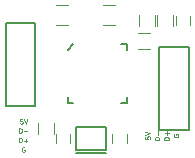
<source format=gbr>
G04 #@! TF.FileFunction,Legend,Top*
%FSLAX46Y46*%
G04 Gerber Fmt 4.6, Leading zero omitted, Abs format (unit mm)*
G04 Created by KiCad (PCBNEW 4.0.2-stable) date 23/09/2017 10:35:29 PM*
%MOMM*%
G01*
G04 APERTURE LIST*
%ADD10C,0.100000*%
%ADD11C,0.150000*%
%ADD12C,0.120000*%
G04 APERTURE END LIST*
D10*
D11*
X147500000Y-105000000D02*
X148000000Y-104500000D01*
X152000000Y-104500000D02*
X152500000Y-104500000D01*
X152500000Y-104500000D02*
X152500000Y-105000000D01*
X148000000Y-109500000D02*
X147500000Y-109500000D01*
X147500000Y-109500000D02*
X147500000Y-109000000D01*
X152000000Y-109500000D02*
X152500000Y-109500000D01*
X152500000Y-109500000D02*
X152500000Y-109000000D01*
X144750000Y-102750000D02*
X142250000Y-102750000D01*
X142250000Y-102750000D02*
X142250000Y-109750000D01*
X142250000Y-109750000D02*
X144750000Y-109750000D01*
X144750000Y-102750000D02*
X144750000Y-109750000D01*
X148250000Y-113750000D02*
X150750000Y-113750000D01*
X150750000Y-113500000D02*
X150750000Y-111500000D01*
X150750000Y-111500000D02*
X148250000Y-111500000D01*
X148250000Y-111500000D02*
X148250000Y-112500000D01*
X148250000Y-112500000D02*
X148250000Y-113500000D01*
X148250000Y-113500000D02*
X150750000Y-113500000D01*
D12*
X150500000Y-102850000D02*
X151500000Y-102850000D01*
X151500000Y-101150000D02*
X150500000Y-101150000D01*
X147500000Y-101150000D02*
X146500000Y-101150000D01*
X146500000Y-102850000D02*
X147500000Y-102850000D01*
X146500000Y-112850000D02*
X146500000Y-112150000D01*
X147700000Y-112150000D02*
X147700000Y-112850000D01*
X152500000Y-112150000D02*
X152500000Y-112850000D01*
X151300000Y-112850000D02*
X151300000Y-112150000D01*
X156650000Y-102850000D02*
X156650000Y-102150000D01*
X157850000Y-102150000D02*
X157850000Y-102850000D01*
X154930000Y-102000000D02*
X154930000Y-103000000D01*
X153570000Y-103000000D02*
X153570000Y-102000000D01*
X155070000Y-103000000D02*
X155070000Y-102000000D01*
X156430000Y-102000000D02*
X156430000Y-103000000D01*
X154500000Y-104930000D02*
X153500000Y-104930000D01*
X153500000Y-103570000D02*
X154500000Y-103570000D01*
X146330000Y-111150000D02*
X146330000Y-112150000D01*
X144970000Y-112150000D02*
X144970000Y-111150000D01*
D11*
X155250000Y-111750000D02*
X157750000Y-111750000D01*
X157750000Y-111750000D02*
X157750000Y-104750000D01*
X157750000Y-104750000D02*
X155250000Y-104750000D01*
X155250000Y-111750000D02*
X155250000Y-104750000D01*
D10*
X156500000Y-112145238D02*
X156480952Y-112183333D01*
X156480952Y-112240476D01*
X156500000Y-112297619D01*
X156538095Y-112335714D01*
X156576190Y-112354762D01*
X156652381Y-112373810D01*
X156709524Y-112373810D01*
X156785714Y-112354762D01*
X156823810Y-112335714D01*
X156861905Y-112297619D01*
X156880952Y-112240476D01*
X156880952Y-112202381D01*
X156861905Y-112145238D01*
X156842857Y-112126190D01*
X156709524Y-112126190D01*
X156709524Y-112202381D01*
X156080952Y-112602381D02*
X155680952Y-112602381D01*
X155680952Y-112507143D01*
X155700000Y-112450000D01*
X155738095Y-112411905D01*
X155776190Y-112392857D01*
X155852381Y-112373809D01*
X155909524Y-112373809D01*
X155985714Y-112392857D01*
X156023810Y-112411905D01*
X156061905Y-112450000D01*
X156080952Y-112507143D01*
X156080952Y-112602381D01*
X155928571Y-112202381D02*
X155928571Y-111897619D01*
X156080952Y-112050000D02*
X155776190Y-112050000D01*
X155280952Y-112602381D02*
X154880952Y-112602381D01*
X154880952Y-112507143D01*
X154900000Y-112450000D01*
X154938095Y-112411905D01*
X154976190Y-112392857D01*
X155052381Y-112373809D01*
X155109524Y-112373809D01*
X155185714Y-112392857D01*
X155223810Y-112411905D01*
X155261905Y-112450000D01*
X155280952Y-112507143D01*
X155280952Y-112602381D01*
X155128571Y-112202381D02*
X155128571Y-111897619D01*
X154080952Y-112326190D02*
X154080952Y-112516666D01*
X154271429Y-112535714D01*
X154252381Y-112516666D01*
X154233333Y-112478571D01*
X154233333Y-112383333D01*
X154252381Y-112345237D01*
X154271429Y-112326190D01*
X154309524Y-112307142D01*
X154404762Y-112307142D01*
X154442857Y-112326190D01*
X154461905Y-112345237D01*
X154480952Y-112383333D01*
X154480952Y-112478571D01*
X154461905Y-112516666D01*
X154442857Y-112535714D01*
X154080952Y-112192857D02*
X154480952Y-112059523D01*
X154080952Y-111926190D01*
X143854762Y-113250000D02*
X143816667Y-113230952D01*
X143759524Y-113230952D01*
X143702381Y-113250000D01*
X143664286Y-113288095D01*
X143645238Y-113326190D01*
X143626190Y-113402381D01*
X143626190Y-113459524D01*
X143645238Y-113535714D01*
X143664286Y-113573810D01*
X143702381Y-113611905D01*
X143759524Y-113630952D01*
X143797619Y-113630952D01*
X143854762Y-113611905D01*
X143873810Y-113592857D01*
X143873810Y-113459524D01*
X143797619Y-113459524D01*
X143397619Y-112830952D02*
X143397619Y-112430952D01*
X143492857Y-112430952D01*
X143550000Y-112450000D01*
X143588095Y-112488095D01*
X143607143Y-112526190D01*
X143626191Y-112602381D01*
X143626191Y-112659524D01*
X143607143Y-112735714D01*
X143588095Y-112773810D01*
X143550000Y-112811905D01*
X143492857Y-112830952D01*
X143397619Y-112830952D01*
X143797619Y-112678571D02*
X144102381Y-112678571D01*
X143950000Y-112830952D02*
X143950000Y-112526190D01*
X143397619Y-112030952D02*
X143397619Y-111630952D01*
X143492857Y-111630952D01*
X143550000Y-111650000D01*
X143588095Y-111688095D01*
X143607143Y-111726190D01*
X143626191Y-111802381D01*
X143626191Y-111859524D01*
X143607143Y-111935714D01*
X143588095Y-111973810D01*
X143550000Y-112011905D01*
X143492857Y-112030952D01*
X143397619Y-112030952D01*
X143797619Y-111878571D02*
X144102381Y-111878571D01*
X143673810Y-110830952D02*
X143483334Y-110830952D01*
X143464286Y-111021429D01*
X143483334Y-111002381D01*
X143521429Y-110983333D01*
X143616667Y-110983333D01*
X143654763Y-111002381D01*
X143673810Y-111021429D01*
X143692858Y-111059524D01*
X143692858Y-111154762D01*
X143673810Y-111192857D01*
X143654763Y-111211905D01*
X143616667Y-111230952D01*
X143521429Y-111230952D01*
X143483334Y-111211905D01*
X143464286Y-111192857D01*
X143807143Y-110830952D02*
X143940477Y-111230952D01*
X144073810Y-110830952D01*
M02*

</source>
